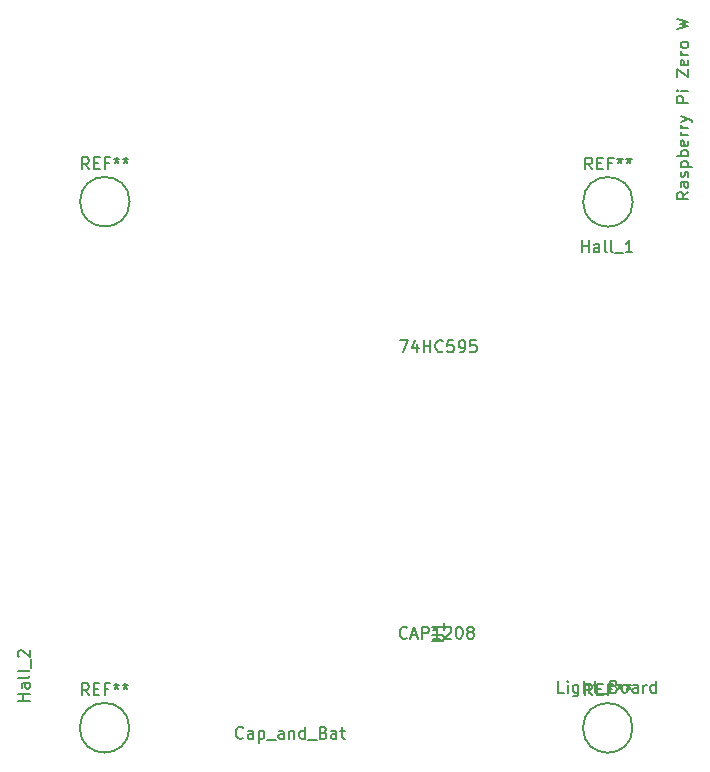
<source format=gbr>
G04 #@! TF.GenerationSoftware,KiCad,Pcbnew,(5.1.10-1-10_14)*
G04 #@! TF.CreationDate,2021-06-08T23:18:15-04:00*
G04 #@! TF.ProjectId,tr109-mainboard,74723130-392d-46d6-9169-6e626f617264,1*
G04 #@! TF.SameCoordinates,Original*
G04 #@! TF.FileFunction,Other,Comment*
%FSLAX46Y46*%
G04 Gerber Fmt 4.6, Leading zero omitted, Abs format (unit mm)*
G04 Created by KiCad (PCBNEW (5.1.10-1-10_14)) date 2021-06-08 23:18:15*
%MOMM*%
%LPD*%
G01*
G04 APERTURE LIST*
%ADD10C,0.150000*%
G04 APERTURE END LIST*
D10*
X167034900Y-83439000D02*
G75*
G03*
X167034900Y-83439000I-2100000J0D01*
G01*
X124439100Y-83426300D02*
G75*
G03*
X124439100Y-83426300I-2100000J0D01*
G01*
X167022200Y-127977900D02*
G75*
G03*
X167022200Y-127977900I-2100000J0D01*
G01*
X124413700Y-127965200D02*
G75*
G03*
X124413700Y-127965200I-2100000J0D01*
G01*
X134048219Y-128796542D02*
X134000600Y-128844161D01*
X133857742Y-128891780D01*
X133762504Y-128891780D01*
X133619647Y-128844161D01*
X133524409Y-128748923D01*
X133476790Y-128653685D01*
X133429171Y-128463209D01*
X133429171Y-128320352D01*
X133476790Y-128129876D01*
X133524409Y-128034638D01*
X133619647Y-127939400D01*
X133762504Y-127891780D01*
X133857742Y-127891780D01*
X134000600Y-127939400D01*
X134048219Y-127987019D01*
X134905361Y-128891780D02*
X134905361Y-128367971D01*
X134857742Y-128272733D01*
X134762504Y-128225114D01*
X134572028Y-128225114D01*
X134476790Y-128272733D01*
X134905361Y-128844161D02*
X134810123Y-128891780D01*
X134572028Y-128891780D01*
X134476790Y-128844161D01*
X134429171Y-128748923D01*
X134429171Y-128653685D01*
X134476790Y-128558447D01*
X134572028Y-128510828D01*
X134810123Y-128510828D01*
X134905361Y-128463209D01*
X135381552Y-128225114D02*
X135381552Y-129225114D01*
X135381552Y-128272733D02*
X135476790Y-128225114D01*
X135667266Y-128225114D01*
X135762504Y-128272733D01*
X135810123Y-128320352D01*
X135857742Y-128415590D01*
X135857742Y-128701304D01*
X135810123Y-128796542D01*
X135762504Y-128844161D01*
X135667266Y-128891780D01*
X135476790Y-128891780D01*
X135381552Y-128844161D01*
X136048219Y-128987019D02*
X136810123Y-128987019D01*
X137476790Y-128891780D02*
X137476790Y-128367971D01*
X137429171Y-128272733D01*
X137333933Y-128225114D01*
X137143457Y-128225114D01*
X137048219Y-128272733D01*
X137476790Y-128844161D02*
X137381552Y-128891780D01*
X137143457Y-128891780D01*
X137048219Y-128844161D01*
X137000600Y-128748923D01*
X137000600Y-128653685D01*
X137048219Y-128558447D01*
X137143457Y-128510828D01*
X137381552Y-128510828D01*
X137476790Y-128463209D01*
X137952980Y-128225114D02*
X137952980Y-128891780D01*
X137952980Y-128320352D02*
X138000600Y-128272733D01*
X138095838Y-128225114D01*
X138238695Y-128225114D01*
X138333933Y-128272733D01*
X138381552Y-128367971D01*
X138381552Y-128891780D01*
X139286314Y-128891780D02*
X139286314Y-127891780D01*
X139286314Y-128844161D02*
X139191076Y-128891780D01*
X139000600Y-128891780D01*
X138905361Y-128844161D01*
X138857742Y-128796542D01*
X138810123Y-128701304D01*
X138810123Y-128415590D01*
X138857742Y-128320352D01*
X138905361Y-128272733D01*
X139000600Y-128225114D01*
X139191076Y-128225114D01*
X139286314Y-128272733D01*
X139524409Y-128987019D02*
X140286314Y-128987019D01*
X140857742Y-128367971D02*
X141000600Y-128415590D01*
X141048219Y-128463209D01*
X141095838Y-128558447D01*
X141095838Y-128701304D01*
X141048219Y-128796542D01*
X141000600Y-128844161D01*
X140905361Y-128891780D01*
X140524409Y-128891780D01*
X140524409Y-127891780D01*
X140857742Y-127891780D01*
X140952980Y-127939400D01*
X141000600Y-127987019D01*
X141048219Y-128082257D01*
X141048219Y-128177495D01*
X141000600Y-128272733D01*
X140952980Y-128320352D01*
X140857742Y-128367971D01*
X140524409Y-128367971D01*
X141952980Y-128891780D02*
X141952980Y-128367971D01*
X141905361Y-128272733D01*
X141810123Y-128225114D01*
X141619647Y-128225114D01*
X141524409Y-128272733D01*
X141952980Y-128844161D02*
X141857742Y-128891780D01*
X141619647Y-128891780D01*
X141524409Y-128844161D01*
X141476790Y-128748923D01*
X141476790Y-128653685D01*
X141524409Y-128558447D01*
X141619647Y-128510828D01*
X141857742Y-128510828D01*
X141952980Y-128463209D01*
X142286314Y-128225114D02*
X142667266Y-128225114D01*
X142429171Y-127891780D02*
X142429171Y-128748923D01*
X142476790Y-128844161D01*
X142572028Y-128891780D01*
X142667266Y-128891780D01*
X161183933Y-124981780D02*
X160707742Y-124981780D01*
X160707742Y-123981780D01*
X161517266Y-124981780D02*
X161517266Y-124315114D01*
X161517266Y-123981780D02*
X161469647Y-124029400D01*
X161517266Y-124077019D01*
X161564885Y-124029400D01*
X161517266Y-123981780D01*
X161517266Y-124077019D01*
X162422028Y-124315114D02*
X162422028Y-125124638D01*
X162374409Y-125219876D01*
X162326790Y-125267495D01*
X162231552Y-125315114D01*
X162088695Y-125315114D01*
X161993457Y-125267495D01*
X162422028Y-124934161D02*
X162326790Y-124981780D01*
X162136314Y-124981780D01*
X162041076Y-124934161D01*
X161993457Y-124886542D01*
X161945838Y-124791304D01*
X161945838Y-124505590D01*
X161993457Y-124410352D01*
X162041076Y-124362733D01*
X162136314Y-124315114D01*
X162326790Y-124315114D01*
X162422028Y-124362733D01*
X162898219Y-124981780D02*
X162898219Y-123981780D01*
X163326790Y-124981780D02*
X163326790Y-124457971D01*
X163279171Y-124362733D01*
X163183933Y-124315114D01*
X163041076Y-124315114D01*
X162945838Y-124362733D01*
X162898219Y-124410352D01*
X163660123Y-124315114D02*
X164041076Y-124315114D01*
X163802980Y-123981780D02*
X163802980Y-124838923D01*
X163850600Y-124934161D01*
X163945838Y-124981780D01*
X164041076Y-124981780D01*
X164136314Y-125077019D02*
X164898219Y-125077019D01*
X165469647Y-124457971D02*
X165612504Y-124505590D01*
X165660123Y-124553209D01*
X165707742Y-124648447D01*
X165707742Y-124791304D01*
X165660123Y-124886542D01*
X165612504Y-124934161D01*
X165517266Y-124981780D01*
X165136314Y-124981780D01*
X165136314Y-123981780D01*
X165469647Y-123981780D01*
X165564885Y-124029400D01*
X165612504Y-124077019D01*
X165660123Y-124172257D01*
X165660123Y-124267495D01*
X165612504Y-124362733D01*
X165564885Y-124410352D01*
X165469647Y-124457971D01*
X165136314Y-124457971D01*
X166279171Y-124981780D02*
X166183933Y-124934161D01*
X166136314Y-124886542D01*
X166088695Y-124791304D01*
X166088695Y-124505590D01*
X166136314Y-124410352D01*
X166183933Y-124362733D01*
X166279171Y-124315114D01*
X166422028Y-124315114D01*
X166517266Y-124362733D01*
X166564885Y-124410352D01*
X166612504Y-124505590D01*
X166612504Y-124791304D01*
X166564885Y-124886542D01*
X166517266Y-124934161D01*
X166422028Y-124981780D01*
X166279171Y-124981780D01*
X167469647Y-124981780D02*
X167469647Y-124457971D01*
X167422028Y-124362733D01*
X167326790Y-124315114D01*
X167136314Y-124315114D01*
X167041076Y-124362733D01*
X167469647Y-124934161D02*
X167374409Y-124981780D01*
X167136314Y-124981780D01*
X167041076Y-124934161D01*
X166993457Y-124838923D01*
X166993457Y-124743685D01*
X167041076Y-124648447D01*
X167136314Y-124600828D01*
X167374409Y-124600828D01*
X167469647Y-124553209D01*
X167945838Y-124981780D02*
X167945838Y-124315114D01*
X167945838Y-124505590D02*
X167993457Y-124410352D01*
X168041076Y-124362733D01*
X168136314Y-124315114D01*
X168231552Y-124315114D01*
X168993457Y-124981780D02*
X168993457Y-123981780D01*
X168993457Y-124934161D02*
X168898219Y-124981780D01*
X168707742Y-124981780D01*
X168612504Y-124934161D01*
X168564885Y-124886542D01*
X168517266Y-124791304D01*
X168517266Y-124505590D01*
X168564885Y-124410352D01*
X168612504Y-124362733D01*
X168707742Y-124315114D01*
X168898219Y-124315114D01*
X168993457Y-124362733D01*
X147334695Y-95161780D02*
X148001361Y-95161780D01*
X147572790Y-96161780D01*
X148810885Y-95495114D02*
X148810885Y-96161780D01*
X148572790Y-95114161D02*
X148334695Y-95828447D01*
X148953742Y-95828447D01*
X149334695Y-96161780D02*
X149334695Y-95161780D01*
X149334695Y-95637971D02*
X149906123Y-95637971D01*
X149906123Y-96161780D02*
X149906123Y-95161780D01*
X150953742Y-96066542D02*
X150906123Y-96114161D01*
X150763266Y-96161780D01*
X150668028Y-96161780D01*
X150525171Y-96114161D01*
X150429933Y-96018923D01*
X150382314Y-95923685D01*
X150334695Y-95733209D01*
X150334695Y-95590352D01*
X150382314Y-95399876D01*
X150429933Y-95304638D01*
X150525171Y-95209400D01*
X150668028Y-95161780D01*
X150763266Y-95161780D01*
X150906123Y-95209400D01*
X150953742Y-95257019D01*
X151858504Y-95161780D02*
X151382314Y-95161780D01*
X151334695Y-95637971D01*
X151382314Y-95590352D01*
X151477552Y-95542733D01*
X151715647Y-95542733D01*
X151810885Y-95590352D01*
X151858504Y-95637971D01*
X151906123Y-95733209D01*
X151906123Y-95971304D01*
X151858504Y-96066542D01*
X151810885Y-96114161D01*
X151715647Y-96161780D01*
X151477552Y-96161780D01*
X151382314Y-96114161D01*
X151334695Y-96066542D01*
X152382314Y-96161780D02*
X152572790Y-96161780D01*
X152668028Y-96114161D01*
X152715647Y-96066542D01*
X152810885Y-95923685D01*
X152858504Y-95733209D01*
X152858504Y-95352257D01*
X152810885Y-95257019D01*
X152763266Y-95209400D01*
X152668028Y-95161780D01*
X152477552Y-95161780D01*
X152382314Y-95209400D01*
X152334695Y-95257019D01*
X152287076Y-95352257D01*
X152287076Y-95590352D01*
X152334695Y-95685590D01*
X152382314Y-95733209D01*
X152477552Y-95780828D01*
X152668028Y-95780828D01*
X152763266Y-95733209D01*
X152810885Y-95685590D01*
X152858504Y-95590352D01*
X153763266Y-95161780D02*
X153287076Y-95161780D01*
X153239457Y-95637971D01*
X153287076Y-95590352D01*
X153382314Y-95542733D01*
X153620409Y-95542733D01*
X153715647Y-95590352D01*
X153763266Y-95637971D01*
X153810885Y-95733209D01*
X153810885Y-95971304D01*
X153763266Y-96066542D01*
X153715647Y-96114161D01*
X153620409Y-96161780D01*
X153382314Y-96161780D01*
X153287076Y-96114161D01*
X153239457Y-96066542D01*
X115972980Y-125668447D02*
X114972980Y-125668447D01*
X115449171Y-125668447D02*
X115449171Y-125097019D01*
X115972980Y-125097019D02*
X114972980Y-125097019D01*
X115972980Y-124192257D02*
X115449171Y-124192257D01*
X115353933Y-124239876D01*
X115306314Y-124335114D01*
X115306314Y-124525590D01*
X115353933Y-124620828D01*
X115925361Y-124192257D02*
X115972980Y-124287495D01*
X115972980Y-124525590D01*
X115925361Y-124620828D01*
X115830123Y-124668447D01*
X115734885Y-124668447D01*
X115639647Y-124620828D01*
X115592028Y-124525590D01*
X115592028Y-124287495D01*
X115544409Y-124192257D01*
X115972980Y-123573209D02*
X115925361Y-123668447D01*
X115830123Y-123716066D01*
X114972980Y-123716066D01*
X115972980Y-123049400D02*
X115925361Y-123144638D01*
X115830123Y-123192257D01*
X114972980Y-123192257D01*
X116068219Y-122906542D02*
X116068219Y-122144638D01*
X115068219Y-121954161D02*
X115020600Y-121906542D01*
X114972980Y-121811304D01*
X114972980Y-121573209D01*
X115020600Y-121477971D01*
X115068219Y-121430352D01*
X115163457Y-121382733D01*
X115258695Y-121382733D01*
X115401552Y-121430352D01*
X115972980Y-122001780D01*
X115972980Y-121382733D01*
X163601566Y-80691380D02*
X163268233Y-80215190D01*
X163030138Y-80691380D02*
X163030138Y-79691380D01*
X163411090Y-79691380D01*
X163506328Y-79739000D01*
X163553947Y-79786619D01*
X163601566Y-79881857D01*
X163601566Y-80024714D01*
X163553947Y-80119952D01*
X163506328Y-80167571D01*
X163411090Y-80215190D01*
X163030138Y-80215190D01*
X164030138Y-80167571D02*
X164363471Y-80167571D01*
X164506328Y-80691380D02*
X164030138Y-80691380D01*
X164030138Y-79691380D01*
X164506328Y-79691380D01*
X165268233Y-80167571D02*
X164934900Y-80167571D01*
X164934900Y-80691380D02*
X164934900Y-79691380D01*
X165411090Y-79691380D01*
X165934900Y-79691380D02*
X165934900Y-79929476D01*
X165696804Y-79834238D02*
X165934900Y-79929476D01*
X166172995Y-79834238D01*
X165792042Y-80119952D02*
X165934900Y-79929476D01*
X166077757Y-80119952D01*
X166696804Y-79691380D02*
X166696804Y-79929476D01*
X166458709Y-79834238D02*
X166696804Y-79929476D01*
X166934900Y-79834238D01*
X166553947Y-80119952D02*
X166696804Y-79929476D01*
X166839661Y-80119952D01*
X121005766Y-80678680D02*
X120672433Y-80202490D01*
X120434338Y-80678680D02*
X120434338Y-79678680D01*
X120815290Y-79678680D01*
X120910528Y-79726300D01*
X120958147Y-79773919D01*
X121005766Y-79869157D01*
X121005766Y-80012014D01*
X120958147Y-80107252D01*
X120910528Y-80154871D01*
X120815290Y-80202490D01*
X120434338Y-80202490D01*
X121434338Y-80154871D02*
X121767671Y-80154871D01*
X121910528Y-80678680D02*
X121434338Y-80678680D01*
X121434338Y-79678680D01*
X121910528Y-79678680D01*
X122672433Y-80154871D02*
X122339100Y-80154871D01*
X122339100Y-80678680D02*
X122339100Y-79678680D01*
X122815290Y-79678680D01*
X123339100Y-79678680D02*
X123339100Y-79916776D01*
X123101004Y-79821538D02*
X123339100Y-79916776D01*
X123577195Y-79821538D01*
X123196242Y-80107252D02*
X123339100Y-79916776D01*
X123481957Y-80107252D01*
X124101004Y-79678680D02*
X124101004Y-79916776D01*
X123862909Y-79821538D02*
X124101004Y-79916776D01*
X124339100Y-79821538D01*
X123958147Y-80107252D02*
X124101004Y-79916776D01*
X124243861Y-80107252D01*
X163588866Y-125230280D02*
X163255533Y-124754090D01*
X163017438Y-125230280D02*
X163017438Y-124230280D01*
X163398390Y-124230280D01*
X163493628Y-124277900D01*
X163541247Y-124325519D01*
X163588866Y-124420757D01*
X163588866Y-124563614D01*
X163541247Y-124658852D01*
X163493628Y-124706471D01*
X163398390Y-124754090D01*
X163017438Y-124754090D01*
X164017438Y-124706471D02*
X164350771Y-124706471D01*
X164493628Y-125230280D02*
X164017438Y-125230280D01*
X164017438Y-124230280D01*
X164493628Y-124230280D01*
X165255533Y-124706471D02*
X164922200Y-124706471D01*
X164922200Y-125230280D02*
X164922200Y-124230280D01*
X165398390Y-124230280D01*
X165922200Y-124230280D02*
X165922200Y-124468376D01*
X165684104Y-124373138D02*
X165922200Y-124468376D01*
X166160295Y-124373138D01*
X165779342Y-124658852D02*
X165922200Y-124468376D01*
X166065057Y-124658852D01*
X166684104Y-124230280D02*
X166684104Y-124468376D01*
X166446009Y-124373138D02*
X166684104Y-124468376D01*
X166922200Y-124373138D01*
X166541247Y-124658852D02*
X166684104Y-124468376D01*
X166826961Y-124658852D01*
X120980366Y-125217580D02*
X120647033Y-124741390D01*
X120408938Y-125217580D02*
X120408938Y-124217580D01*
X120789890Y-124217580D01*
X120885128Y-124265200D01*
X120932747Y-124312819D01*
X120980366Y-124408057D01*
X120980366Y-124550914D01*
X120932747Y-124646152D01*
X120885128Y-124693771D01*
X120789890Y-124741390D01*
X120408938Y-124741390D01*
X121408938Y-124693771D02*
X121742271Y-124693771D01*
X121885128Y-125217580D02*
X121408938Y-125217580D01*
X121408938Y-124217580D01*
X121885128Y-124217580D01*
X122647033Y-124693771D02*
X122313700Y-124693771D01*
X122313700Y-125217580D02*
X122313700Y-124217580D01*
X122789890Y-124217580D01*
X123313700Y-124217580D02*
X123313700Y-124455676D01*
X123075604Y-124360438D02*
X123313700Y-124455676D01*
X123551795Y-124360438D01*
X123170842Y-124646152D02*
X123313700Y-124455676D01*
X123456557Y-124646152D01*
X124075604Y-124217580D02*
X124075604Y-124455676D01*
X123837509Y-124360438D02*
X124075604Y-124455676D01*
X124313700Y-124360438D01*
X123932747Y-124646152D02*
X124075604Y-124455676D01*
X124218461Y-124646152D01*
X171754140Y-82606860D02*
X171277950Y-82940193D01*
X171754140Y-83178288D02*
X170754140Y-83178288D01*
X170754140Y-82797336D01*
X170801760Y-82702098D01*
X170849379Y-82654479D01*
X170944617Y-82606860D01*
X171087474Y-82606860D01*
X171182712Y-82654479D01*
X171230331Y-82702098D01*
X171277950Y-82797336D01*
X171277950Y-83178288D01*
X171754140Y-81749717D02*
X171230331Y-81749717D01*
X171135093Y-81797336D01*
X171087474Y-81892574D01*
X171087474Y-82083050D01*
X171135093Y-82178288D01*
X171706521Y-81749717D02*
X171754140Y-81844955D01*
X171754140Y-82083050D01*
X171706521Y-82178288D01*
X171611283Y-82225907D01*
X171516045Y-82225907D01*
X171420807Y-82178288D01*
X171373188Y-82083050D01*
X171373188Y-81844955D01*
X171325569Y-81749717D01*
X171706521Y-81321145D02*
X171754140Y-81225907D01*
X171754140Y-81035431D01*
X171706521Y-80940193D01*
X171611283Y-80892574D01*
X171563664Y-80892574D01*
X171468426Y-80940193D01*
X171420807Y-81035431D01*
X171420807Y-81178288D01*
X171373188Y-81273526D01*
X171277950Y-81321145D01*
X171230331Y-81321145D01*
X171135093Y-81273526D01*
X171087474Y-81178288D01*
X171087474Y-81035431D01*
X171135093Y-80940193D01*
X171087474Y-80464002D02*
X172087474Y-80464002D01*
X171135093Y-80464002D02*
X171087474Y-80368764D01*
X171087474Y-80178288D01*
X171135093Y-80083050D01*
X171182712Y-80035431D01*
X171277950Y-79987812D01*
X171563664Y-79987812D01*
X171658902Y-80035431D01*
X171706521Y-80083050D01*
X171754140Y-80178288D01*
X171754140Y-80368764D01*
X171706521Y-80464002D01*
X171754140Y-79559240D02*
X170754140Y-79559240D01*
X171135093Y-79559240D02*
X171087474Y-79464002D01*
X171087474Y-79273526D01*
X171135093Y-79178288D01*
X171182712Y-79130669D01*
X171277950Y-79083050D01*
X171563664Y-79083050D01*
X171658902Y-79130669D01*
X171706521Y-79178288D01*
X171754140Y-79273526D01*
X171754140Y-79464002D01*
X171706521Y-79559240D01*
X171706521Y-78273526D02*
X171754140Y-78368764D01*
X171754140Y-78559240D01*
X171706521Y-78654479D01*
X171611283Y-78702098D01*
X171230331Y-78702098D01*
X171135093Y-78654479D01*
X171087474Y-78559240D01*
X171087474Y-78368764D01*
X171135093Y-78273526D01*
X171230331Y-78225907D01*
X171325569Y-78225907D01*
X171420807Y-78702098D01*
X171754140Y-77797336D02*
X171087474Y-77797336D01*
X171277950Y-77797336D02*
X171182712Y-77749717D01*
X171135093Y-77702098D01*
X171087474Y-77606860D01*
X171087474Y-77511621D01*
X171754140Y-77178288D02*
X171087474Y-77178288D01*
X171277950Y-77178288D02*
X171182712Y-77130669D01*
X171135093Y-77083050D01*
X171087474Y-76987812D01*
X171087474Y-76892574D01*
X171087474Y-76654479D02*
X171754140Y-76416383D01*
X171087474Y-76178288D02*
X171754140Y-76416383D01*
X171992236Y-76511621D01*
X172039855Y-76559240D01*
X172087474Y-76654479D01*
X171754140Y-75035431D02*
X170754140Y-75035431D01*
X170754140Y-74654479D01*
X170801760Y-74559240D01*
X170849379Y-74511621D01*
X170944617Y-74464002D01*
X171087474Y-74464002D01*
X171182712Y-74511621D01*
X171230331Y-74559240D01*
X171277950Y-74654479D01*
X171277950Y-75035431D01*
X171754140Y-74035431D02*
X171087474Y-74035431D01*
X170754140Y-74035431D02*
X170801760Y-74083050D01*
X170849379Y-74035431D01*
X170801760Y-73987812D01*
X170754140Y-74035431D01*
X170849379Y-74035431D01*
X170754140Y-72892574D02*
X170754140Y-72225907D01*
X171754140Y-72892574D01*
X171754140Y-72225907D01*
X171706521Y-71464002D02*
X171754140Y-71559240D01*
X171754140Y-71749717D01*
X171706521Y-71844955D01*
X171611283Y-71892574D01*
X171230331Y-71892574D01*
X171135093Y-71844955D01*
X171087474Y-71749717D01*
X171087474Y-71559240D01*
X171135093Y-71464002D01*
X171230331Y-71416383D01*
X171325569Y-71416383D01*
X171420807Y-71892574D01*
X171754140Y-70987812D02*
X171087474Y-70987812D01*
X171277950Y-70987812D02*
X171182712Y-70940193D01*
X171135093Y-70892574D01*
X171087474Y-70797336D01*
X171087474Y-70702098D01*
X171754140Y-70225907D02*
X171706521Y-70321145D01*
X171658902Y-70368764D01*
X171563664Y-70416383D01*
X171277950Y-70416383D01*
X171182712Y-70368764D01*
X171135093Y-70321145D01*
X171087474Y-70225907D01*
X171087474Y-70083050D01*
X171135093Y-69987812D01*
X171182712Y-69940193D01*
X171277950Y-69892574D01*
X171563664Y-69892574D01*
X171658902Y-69940193D01*
X171706521Y-69987812D01*
X171754140Y-70083050D01*
X171754140Y-70225907D01*
X170754140Y-68797336D02*
X171754140Y-68559240D01*
X171039855Y-68368764D01*
X171754140Y-68178288D01*
X170754140Y-67940193D01*
X162731552Y-87708180D02*
X162731552Y-86708180D01*
X162731552Y-87184371D02*
X163302980Y-87184371D01*
X163302980Y-87708180D02*
X163302980Y-86708180D01*
X164207742Y-87708180D02*
X164207742Y-87184371D01*
X164160123Y-87089133D01*
X164064885Y-87041514D01*
X163874409Y-87041514D01*
X163779171Y-87089133D01*
X164207742Y-87660561D02*
X164112504Y-87708180D01*
X163874409Y-87708180D01*
X163779171Y-87660561D01*
X163731552Y-87565323D01*
X163731552Y-87470085D01*
X163779171Y-87374847D01*
X163874409Y-87327228D01*
X164112504Y-87327228D01*
X164207742Y-87279609D01*
X164826790Y-87708180D02*
X164731552Y-87660561D01*
X164683933Y-87565323D01*
X164683933Y-86708180D01*
X165350600Y-87708180D02*
X165255361Y-87660561D01*
X165207742Y-87565323D01*
X165207742Y-86708180D01*
X165493457Y-87803419D02*
X166255361Y-87803419D01*
X167017266Y-87708180D02*
X166445838Y-87708180D01*
X166731552Y-87708180D02*
X166731552Y-86708180D01*
X166636314Y-86851038D01*
X166541076Y-86946276D01*
X166445838Y-86993895D01*
X147910230Y-120331502D02*
X147862611Y-120379121D01*
X147719754Y-120426740D01*
X147624516Y-120426740D01*
X147481659Y-120379121D01*
X147386420Y-120283883D01*
X147338801Y-120188645D01*
X147291182Y-119998169D01*
X147291182Y-119855312D01*
X147338801Y-119664836D01*
X147386420Y-119569598D01*
X147481659Y-119474360D01*
X147624516Y-119426740D01*
X147719754Y-119426740D01*
X147862611Y-119474360D01*
X147910230Y-119521979D01*
X148291182Y-120141026D02*
X148767373Y-120141026D01*
X148195944Y-120426740D02*
X148529278Y-119426740D01*
X148862611Y-120426740D01*
X149195944Y-120426740D02*
X149195944Y-119426740D01*
X149576897Y-119426740D01*
X149672135Y-119474360D01*
X149719754Y-119521979D01*
X149767373Y-119617217D01*
X149767373Y-119760074D01*
X149719754Y-119855312D01*
X149672135Y-119902931D01*
X149576897Y-119950550D01*
X149195944Y-119950550D01*
X150719754Y-120426740D02*
X150148325Y-120426740D01*
X150434040Y-120426740D02*
X150434040Y-119426740D01*
X150338801Y-119569598D01*
X150243563Y-119664836D01*
X150148325Y-119712455D01*
X151100706Y-119521979D02*
X151148325Y-119474360D01*
X151243563Y-119426740D01*
X151481659Y-119426740D01*
X151576897Y-119474360D01*
X151624516Y-119521979D01*
X151672135Y-119617217D01*
X151672135Y-119712455D01*
X151624516Y-119855312D01*
X151053087Y-120426740D01*
X151672135Y-120426740D01*
X152291182Y-119426740D02*
X152386420Y-119426740D01*
X152481659Y-119474360D01*
X152529278Y-119521979D01*
X152576897Y-119617217D01*
X152624516Y-119807693D01*
X152624516Y-120045788D01*
X152576897Y-120236264D01*
X152529278Y-120331502D01*
X152481659Y-120379121D01*
X152386420Y-120426740D01*
X152291182Y-120426740D01*
X152195944Y-120379121D01*
X152148325Y-120331502D01*
X152100706Y-120236264D01*
X152053087Y-120045788D01*
X152053087Y-119807693D01*
X152100706Y-119617217D01*
X152148325Y-119521979D01*
X152195944Y-119474360D01*
X152291182Y-119426740D01*
X153195944Y-119855312D02*
X153100706Y-119807693D01*
X153053087Y-119760074D01*
X153005468Y-119664836D01*
X153005468Y-119617217D01*
X153053087Y-119521979D01*
X153100706Y-119474360D01*
X153195944Y-119426740D01*
X153386420Y-119426740D01*
X153481659Y-119474360D01*
X153529278Y-119521979D01*
X153576897Y-119617217D01*
X153576897Y-119664836D01*
X153529278Y-119760074D01*
X153481659Y-119807693D01*
X153386420Y-119855312D01*
X153195944Y-119855312D01*
X153100706Y-119902931D01*
X153053087Y-119950550D01*
X153005468Y-120045788D01*
X153005468Y-120236264D01*
X153053087Y-120331502D01*
X153100706Y-120379121D01*
X153195944Y-120426740D01*
X153386420Y-120426740D01*
X153481659Y-120379121D01*
X153529278Y-120331502D01*
X153576897Y-120236264D01*
X153576897Y-120045788D01*
X153529278Y-119950550D01*
X153481659Y-119902931D01*
X153386420Y-119855312D01*
X150059933Y-120660066D02*
X150853266Y-120660066D01*
X150946600Y-120613400D01*
X150993266Y-120566733D01*
X151039933Y-120473400D01*
X151039933Y-120286733D01*
X150993266Y-120193400D01*
X150946600Y-120146733D01*
X150853266Y-120100066D01*
X150059933Y-120100066D01*
X151039933Y-119120066D02*
X151039933Y-119680066D01*
X151039933Y-119400066D02*
X150059933Y-119400066D01*
X150199933Y-119493400D01*
X150293266Y-119586733D01*
X150339933Y-119680066D01*
M02*

</source>
